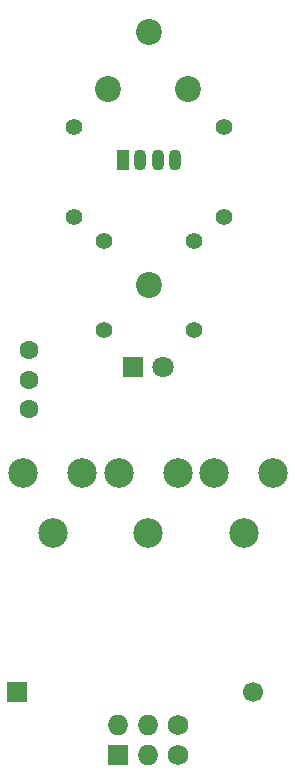
<source format=gts>
G04 #@! TF.GenerationSoftware,KiCad,Pcbnew,(5.1.9)-1*
G04 #@! TF.CreationDate,2022-07-07T07:21:19-05:00*
G04 #@! TF.ProjectId,hom3c0ming_boutonniere,686f6d33-6330-46d6-996e-675f626f7574,3*
G04 #@! TF.SameCoordinates,Original*
G04 #@! TF.FileFunction,Soldermask,Top*
G04 #@! TF.FilePolarity,Negative*
%FSLAX46Y46*%
G04 Gerber Fmt 4.6, Leading zero omitted, Abs format (unit mm)*
G04 Created by KiCad (PCBNEW (5.1.9)-1) date 2022-07-07 07:21:19*
%MOMM*%
%LPD*%
G01*
G04 APERTURE LIST*
%ADD10R,1.070000X1.800000*%
%ADD11O,1.070000X1.800000*%
%ADD12R,1.700000X1.700000*%
%ADD13C,1.700000*%
%ADD14C,2.200000*%
%ADD15R,1.800000X1.800000*%
%ADD16C,1.800000*%
%ADD17C,2.500000*%
%ADD18C,1.400000*%
%ADD19C,1.600000*%
%ADD20C,1.727200*%
%ADD21O,1.727200X1.727200*%
%ADD22R,1.727200X1.727200*%
G04 APERTURE END LIST*
D10*
X121000240Y-57950100D03*
D11*
X122470240Y-57950100D03*
X123940240Y-57950100D03*
X125410240Y-57950100D03*
D12*
X112049260Y-103000000D03*
D13*
X132049260Y-103000000D03*
D14*
X119744280Y-51968400D03*
X126544280Y-51968400D03*
X123182380Y-68606840D03*
X123182380Y-47106840D03*
D15*
X121894600Y-75542140D03*
D16*
X124434600Y-75542140D03*
D17*
X115084220Y-89540000D03*
X112584220Y-84500000D03*
X117584220Y-84500000D03*
X131225920Y-89540000D03*
X128725920Y-84500000D03*
X133725920Y-84500000D03*
X123158880Y-89540000D03*
X120658880Y-84500000D03*
X125658880Y-84500000D03*
D18*
X116883180Y-55153560D03*
X116883180Y-62773560D03*
X129590800Y-62831980D03*
X129590800Y-55211980D03*
X127043180Y-64836040D03*
X119423180Y-64836040D03*
X127017780Y-72344280D03*
X119397780Y-72344280D03*
D19*
X113100000Y-76600000D03*
X113100000Y-74100000D03*
X113100000Y-79100000D03*
D20*
X125710000Y-105830000D03*
X125710000Y-108370000D03*
D21*
X123170000Y-105830000D03*
X123170000Y-108370000D03*
X120630000Y-105830000D03*
D22*
X120630000Y-108370000D03*
M02*

</source>
